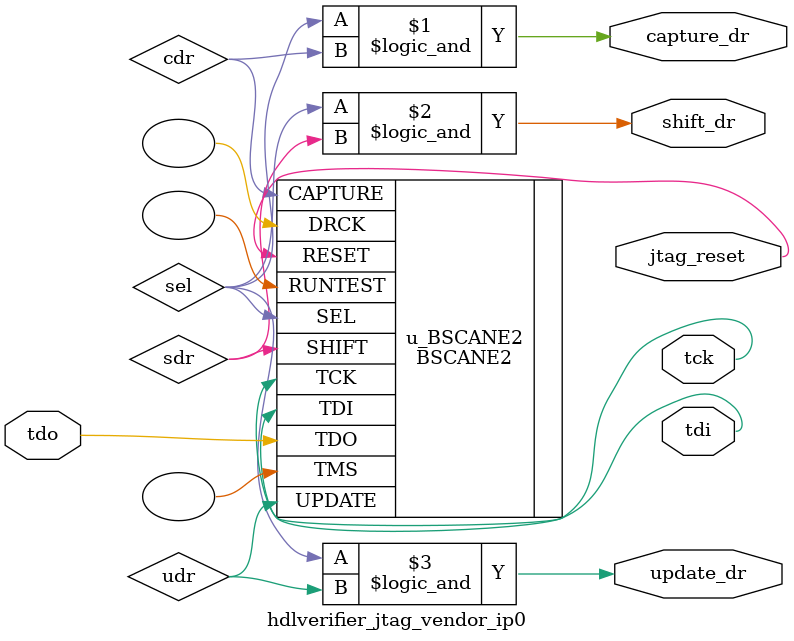
<source format=v>

/*-- ----------------------------------------------
-- File Name: hdlverifier_jtag_vendor_ip0.v
-- Created:   12-Feb-2019 13:57:45
-- Copyright  2019 MathWorks, Inc.
-- ----------------------------------------------*/

module hdlverifier_jtag_vendor_ip0
#(parameter JTAG_ID=2)
(
	output tdi,
	input tdo,
	output tck,
	output jtag_reset,
	output capture_dr,
    output shift_dr,
    output update_dr
);

wire sel;
wire cdr;
wire sdr;
wire udr;

assign capture_dr   = sel && cdr;
assign shift_dr     = sel && sdr;
assign update_dr    = sel && udr;

BSCANE2 #(.JTAG_CHAIN(JTAG_ID)) u_BSCANE2(
        .TDI(tdi),
        .SEL(sel),
        .RESET(jtag_reset),
        .TCK(tck),
        .CAPTURE(cdr),
        .TMS(),
        .TDO(tdo),
        .RUNTEST(),
        .SHIFT(sdr),
        .UPDATE(udr),
        .DRCK()
);

endmodule
</source>
